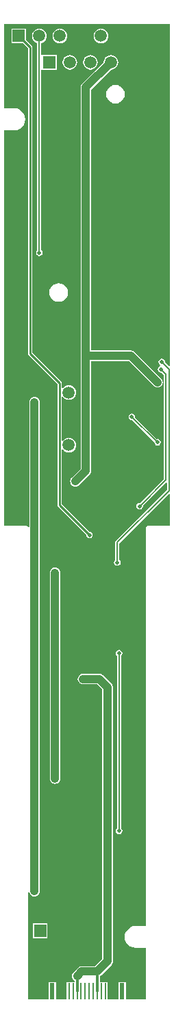
<source format=gbl>
%FSLAX25Y25*%
%MOIN*%
G70*
G01*
G75*
G04 Layer_Physical_Order=2*
G04 Layer_Color=16711680*
%ADD10R,0.03150X0.03937*%
%ADD11R,0.03937X0.03150*%
%ADD12R,0.04724X0.03937*%
%ADD13R,0.01575X0.03937*%
%ADD14R,0.03150X0.03543*%
%ADD15R,0.03150X0.03543*%
%ADD16R,0.02400X0.05906*%
%ADD17R,0.12402X0.08898*%
%ADD18R,0.03937X0.04724*%
%ADD19C,0.05906*%
%ADD20R,0.15748X0.05118*%
%ADD21R,0.03150X0.02559*%
%ADD22R,0.00787X0.02362*%
%ADD23R,0.00787X0.03150*%
%ADD24R,0.02362X0.00787*%
%ADD25R,0.03150X0.00787*%
%ADD26R,0.05118X0.05118*%
%ADD27O,0.01969X0.07874*%
%ADD28R,0.01969X0.07874*%
%ADD29R,0.05906X0.03937*%
%ADD30R,0.05906X0.12992*%
%ADD31R,0.01063X0.07874*%
%ADD32R,0.02362X0.07874*%
%ADD33C,0.01575*%
%ADD34C,0.01000*%
%ADD35C,0.03937*%
%ADD36C,0.00787*%
%ADD37C,0.01181*%
%ADD38R,0.05906X0.05906*%
%ADD39R,0.05906X0.05906*%
%ADD40C,0.01969*%
%ADD41C,0.03150*%
%ADD42C,0.02756*%
G36*
X81674Y-167200D02*
X81212Y-167391D01*
X79291Y-165471D01*
X79322Y-165315D01*
X79200Y-164700D01*
X78852Y-164180D01*
X78331Y-163831D01*
X77716Y-163709D01*
X77102Y-163831D01*
X76581Y-164180D01*
X76233Y-164700D01*
X76111Y-165315D01*
X76233Y-165929D01*
X76581Y-166450D01*
X77102Y-166798D01*
X77117Y-166801D01*
Y-167301D01*
X76748Y-167375D01*
X76227Y-167723D01*
X75879Y-168244D01*
X75757Y-168858D01*
X75879Y-169473D01*
X76227Y-169994D01*
X76748Y-170342D01*
X77362Y-170464D01*
X77518Y-170433D01*
X78800Y-171715D01*
Y-222143D01*
X67085Y-233858D01*
X66929Y-233827D01*
X66315Y-233950D01*
X65794Y-234298D01*
X65446Y-234819D01*
X65324Y-235433D01*
X65446Y-236048D01*
X65794Y-236568D01*
X66315Y-236916D01*
X66929Y-237039D01*
X67544Y-236916D01*
X68064Y-236568D01*
X68413Y-236048D01*
X68535Y-235433D01*
X68504Y-235278D01*
X79755Y-224026D01*
X80217Y-224218D01*
Y-227458D01*
X55353Y-252322D01*
X55136Y-252647D01*
X55059Y-253031D01*
X55059Y-253031D01*
X55059D01*
X55059Y-253031D01*
X55059D01*
Y-261572D01*
X54928Y-261660D01*
X54580Y-262181D01*
X54457Y-262795D01*
X54580Y-263410D01*
X54928Y-263931D01*
X55449Y-264279D01*
X56063Y-264401D01*
X56677Y-264279D01*
X57198Y-263931D01*
X57546Y-263410D01*
X57669Y-262795D01*
X57546Y-262181D01*
X57198Y-261660D01*
X57067Y-261572D01*
Y-253447D01*
X81212Y-229302D01*
X81674Y-229493D01*
Y-245060D01*
X70866D01*
X70482Y-245136D01*
X70157Y-245354D01*
X69939Y-245679D01*
X69863Y-246063D01*
Y-439548D01*
X64961D01*
Y-439521D01*
X63573Y-439704D01*
X62280Y-440239D01*
X61170Y-441091D01*
X60318Y-442202D01*
X59782Y-443495D01*
X59600Y-444882D01*
X59782Y-446270D01*
X60318Y-447563D01*
X61170Y-448673D01*
X62280Y-449525D01*
X63573Y-450060D01*
X64961Y-450243D01*
Y-450216D01*
X69863D01*
Y-475375D01*
X60210D01*
Y-466812D01*
X56666D01*
Y-475375D01*
X51410D01*
Y-466812D01*
X47556D01*
Y-463951D01*
X47642Y-463916D01*
X48176Y-463505D01*
X53164Y-458518D01*
X53574Y-457983D01*
X53756Y-457543D01*
X53832Y-457361D01*
X53920Y-456693D01*
Y-323543D01*
X53832Y-322875D01*
X53725Y-322617D01*
X53574Y-322253D01*
X53164Y-321718D01*
X49048Y-317602D01*
X48513Y-317192D01*
X48149Y-317041D01*
X47891Y-316934D01*
X47223Y-316846D01*
X39391D01*
X38723Y-316934D01*
X38101Y-317192D01*
X37566Y-317602D01*
X37156Y-318137D01*
X36898Y-318759D01*
X36810Y-319428D01*
X36898Y-320096D01*
X37156Y-320718D01*
X37566Y-321253D01*
X38101Y-321663D01*
X38723Y-321921D01*
X39391Y-322009D01*
X46154D01*
X48757Y-324612D01*
Y-455624D01*
X45282Y-459099D01*
X38753D01*
X38085Y-459187D01*
X37903Y-459263D01*
X37462Y-459445D01*
X36928Y-459855D01*
X34684Y-462099D01*
X34273Y-462634D01*
X34016Y-463256D01*
X33928Y-463924D01*
X34016Y-464592D01*
X34273Y-465215D01*
X34684Y-465750D01*
X35218Y-466160D01*
X35304Y-466195D01*
Y-466812D01*
X31450D01*
Y-475375D01*
X26194D01*
Y-466812D01*
X22650D01*
Y-475375D01*
X12815D01*
Y-423393D01*
X13305Y-423295D01*
X13554Y-423896D01*
X13964Y-424430D01*
X14498Y-424841D01*
X15121Y-425099D01*
X15789Y-425186D01*
X16457Y-425099D01*
X17079Y-424841D01*
X17614Y-424430D01*
X18024Y-423896D01*
X18282Y-423273D01*
X18370Y-422605D01*
Y-184841D01*
X18282Y-184173D01*
X18024Y-183550D01*
X17614Y-183016D01*
X17079Y-182606D01*
X16457Y-182348D01*
X15789Y-182260D01*
X15121Y-182348D01*
X14498Y-182606D01*
X13964Y-183016D01*
X13554Y-183550D01*
X13296Y-184173D01*
X13208Y-184841D01*
Y-245521D01*
X12729Y-245666D01*
X12521Y-245354D01*
X12195Y-245136D01*
X11811Y-245060D01*
X1003D01*
Y-52578D01*
X5906D01*
Y-52605D01*
X7293Y-52422D01*
X8586Y-51887D01*
X9696Y-51035D01*
X10548Y-49924D01*
X11084Y-48632D01*
X11266Y-47244D01*
X11084Y-45857D01*
X10548Y-44564D01*
X9696Y-43453D01*
X8586Y-42601D01*
X7293Y-42066D01*
X5906Y-41883D01*
Y-41910D01*
X1003D01*
Y-1003D01*
X81674D01*
Y-167200D01*
D02*
G37*
%LPC*%
G36*
X63150Y-190323D02*
X62535Y-190446D01*
X62014Y-190794D01*
X61666Y-191315D01*
X61544Y-191929D01*
X61666Y-192544D01*
X62014Y-193064D01*
X62535Y-193413D01*
X63150Y-193535D01*
X63305Y-193504D01*
X74054Y-204252D01*
X74040Y-204319D01*
X74162Y-204934D01*
X74511Y-205454D01*
X75031Y-205802D01*
X75646Y-205925D01*
X76260Y-205802D01*
X76781Y-205454D01*
X77129Y-204934D01*
X77251Y-204319D01*
X77129Y-203705D01*
X76781Y-203184D01*
X76260Y-202836D01*
X75646Y-202713D01*
X75402Y-202762D01*
X64724Y-192085D01*
X64755Y-191929D01*
X64633Y-191315D01*
X64285Y-190794D01*
X63764Y-190446D01*
X63150Y-190323D01*
D02*
G37*
G36*
X11653Y-3157D02*
X4567D01*
Y-10243D01*
X10081D01*
X12550Y-12712D01*
Y-161220D01*
X12550Y-161221D01*
X12634Y-161646D01*
X12875Y-162007D01*
X26841Y-175972D01*
Y-234845D01*
X26841Y-234845D01*
X26926Y-235271D01*
X27167Y-235631D01*
X40938Y-249403D01*
X40933Y-249430D01*
X41055Y-250045D01*
X41403Y-250566D01*
X41924Y-250914D01*
X42538Y-251036D01*
X43153Y-250914D01*
X43674Y-250566D01*
X44021Y-250045D01*
X44144Y-249430D01*
X44021Y-248816D01*
X43674Y-248295D01*
X43153Y-247947D01*
X42538Y-247825D01*
X42511Y-247830D01*
X29065Y-234384D01*
Y-207849D01*
X29538Y-207689D01*
X29925Y-208192D01*
X30665Y-208760D01*
X31527Y-209117D01*
X32452Y-209239D01*
X33377Y-209117D01*
X34239Y-208760D01*
X34979Y-208192D01*
X35547Y-207452D01*
X35904Y-206590D01*
X36026Y-205665D01*
X35904Y-204740D01*
X35547Y-203878D01*
X34979Y-203138D01*
X34239Y-202570D01*
X33377Y-202213D01*
X32452Y-202091D01*
X31527Y-202213D01*
X30665Y-202570D01*
X29925Y-203138D01*
X29538Y-203642D01*
X29065Y-203481D01*
Y-182259D01*
X29538Y-182098D01*
X29925Y-182602D01*
X30665Y-183170D01*
X31527Y-183527D01*
X32452Y-183649D01*
X33377Y-183527D01*
X34239Y-183170D01*
X34979Y-182602D01*
X35547Y-181862D01*
X35904Y-181000D01*
X36026Y-180075D01*
X35904Y-179150D01*
X35547Y-178288D01*
X34979Y-177548D01*
X34239Y-176980D01*
X33377Y-176623D01*
X32452Y-176501D01*
X31527Y-176623D01*
X30665Y-176980D01*
X29925Y-177548D01*
X29538Y-178051D01*
X29065Y-177891D01*
Y-175512D01*
X29065Y-175512D01*
X28980Y-175086D01*
X28739Y-174726D01*
X28739Y-174725D01*
X14773Y-160760D01*
Y-12251D01*
X14689Y-11826D01*
X14592Y-11681D01*
X14448Y-11465D01*
X14448Y-11465D01*
X11653Y-8671D01*
Y-3157D01*
D02*
G37*
G36*
X52950Y-15966D02*
X52025Y-16088D01*
X51163Y-16445D01*
X50423Y-17013D01*
X49855Y-17753D01*
X49498Y-18615D01*
X49388Y-19452D01*
X38962Y-29877D01*
X38552Y-30412D01*
X38423Y-30723D01*
X38294Y-31035D01*
X38206Y-31703D01*
Y-162284D01*
Y-217120D01*
X33852Y-221475D01*
X33441Y-222009D01*
X33184Y-222632D01*
X33096Y-223300D01*
X33184Y-223968D01*
X33441Y-224590D01*
X33852Y-225125D01*
X34386Y-225535D01*
X35009Y-225793D01*
X35677Y-225881D01*
X36345Y-225793D01*
X36967Y-225535D01*
X37502Y-225125D01*
X42612Y-220014D01*
X43023Y-219479D01*
X43205Y-219039D01*
X43281Y-218857D01*
X43369Y-218189D01*
Y-164865D01*
X61739D01*
X73821Y-176947D01*
X74355Y-177357D01*
X74978Y-177615D01*
X75646Y-177703D01*
X76314Y-177615D01*
X76936Y-177357D01*
X77471Y-176947D01*
X77881Y-176412D01*
X78139Y-175790D01*
X78227Y-175122D01*
X78139Y-174453D01*
X77881Y-173831D01*
X77471Y-173296D01*
X64633Y-160458D01*
X64098Y-160048D01*
X63734Y-159897D01*
X63476Y-159790D01*
X62808Y-159702D01*
X43369D01*
Y-32772D01*
X53038Y-23102D01*
X53875Y-22992D01*
X54737Y-22635D01*
X55477Y-22067D01*
X56045Y-21327D01*
X56402Y-20465D01*
X56524Y-19540D01*
X56402Y-18615D01*
X56045Y-17753D01*
X55477Y-17013D01*
X54737Y-16445D01*
X53875Y-16088D01*
X52950Y-15966D01*
D02*
G37*
G36*
X22037Y-438369D02*
X14951D01*
Y-445456D01*
X22037D01*
Y-438369D01*
D02*
G37*
G36*
X56931Y-305282D02*
X56316Y-305405D01*
X55795Y-305753D01*
X55447Y-306274D01*
X55325Y-306888D01*
X55447Y-307503D01*
X55795Y-308024D01*
X55927Y-308112D01*
Y-392121D01*
X55795Y-392210D01*
X55447Y-392730D01*
X55325Y-393345D01*
X55447Y-393959D01*
X55795Y-394480D01*
X56316Y-394828D01*
X56931Y-394951D01*
X57545Y-394828D01*
X58066Y-394480D01*
X58414Y-393959D01*
X58536Y-393345D01*
X58414Y-392730D01*
X58066Y-392210D01*
X57934Y-392121D01*
Y-308112D01*
X58066Y-308024D01*
X58414Y-307503D01*
X58536Y-306888D01*
X58414Y-306274D01*
X58066Y-305753D01*
X57545Y-305405D01*
X56931Y-305282D01*
D02*
G37*
G36*
X25770Y-265310D02*
X25102Y-265398D01*
X24479Y-265656D01*
X23945Y-266066D01*
X23535Y-266601D01*
X23277Y-267223D01*
X23189Y-267891D01*
Y-367857D01*
X23277Y-368525D01*
X23535Y-369147D01*
X23945Y-369682D01*
X24479Y-370092D01*
X25102Y-370350D01*
X25770Y-370438D01*
X26438Y-370350D01*
X27060Y-370092D01*
X27595Y-369682D01*
X28005Y-369147D01*
X28263Y-368525D01*
X28351Y-367857D01*
Y-267891D01*
X28263Y-267223D01*
X28005Y-266601D01*
X27595Y-266066D01*
X27060Y-265656D01*
X26438Y-265398D01*
X25770Y-265310D01*
D02*
G37*
G36*
X27559Y-126929D02*
X26377Y-127085D01*
X25276Y-127541D01*
X24330Y-128267D01*
X23604Y-129213D01*
X23148Y-130314D01*
X22992Y-131496D01*
X23148Y-132678D01*
X23604Y-133779D01*
X24330Y-134725D01*
X25276Y-135451D01*
X26377Y-135907D01*
X27559Y-136063D01*
X28741Y-135907D01*
X29842Y-135451D01*
X30788Y-134725D01*
X31514Y-133779D01*
X31970Y-132678D01*
X32126Y-131496D01*
X31970Y-130314D01*
X31514Y-129213D01*
X30788Y-128267D01*
X29842Y-127541D01*
X28741Y-127085D01*
X27559Y-126929D01*
D02*
G37*
G36*
X42950Y-15966D02*
X42025Y-16088D01*
X41163Y-16445D01*
X40423Y-17013D01*
X39855Y-17753D01*
X39498Y-18615D01*
X39376Y-19540D01*
X39498Y-20465D01*
X39855Y-21327D01*
X40423Y-22067D01*
X41163Y-22635D01*
X42025Y-22992D01*
X42950Y-23114D01*
X43875Y-22992D01*
X44737Y-22635D01*
X45477Y-22067D01*
X46045Y-21327D01*
X46402Y-20465D01*
X46524Y-19540D01*
X46402Y-18615D01*
X46045Y-17753D01*
X45477Y-17013D01*
X44737Y-16445D01*
X43875Y-16088D01*
X42950Y-15966D01*
D02*
G37*
G36*
X18110Y-3126D02*
X17185Y-3248D01*
X16323Y-3605D01*
X15583Y-4173D01*
X15015Y-4913D01*
X14658Y-5775D01*
X14536Y-6700D01*
X14658Y-7625D01*
X15015Y-8487D01*
X15583Y-9227D01*
X16323Y-9795D01*
X17107Y-10120D01*
Y-110982D01*
X16975Y-111070D01*
X16627Y-111591D01*
X16504Y-112205D01*
X16627Y-112819D01*
X16975Y-113340D01*
X17495Y-113688D01*
X18110Y-113811D01*
X18724Y-113688D01*
X19245Y-113340D01*
X19593Y-112819D01*
X19716Y-112205D01*
X19593Y-111591D01*
X19245Y-111070D01*
X19114Y-110982D01*
Y-23377D01*
X19407Y-23083D01*
X19467Y-23083D01*
X19467Y-23083D01*
Y-23083D01*
X26493D01*
Y-15997D01*
X19467D01*
X19467Y-15997D01*
Y-15997D01*
X19407Y-15997D01*
X19114Y-15703D01*
Y-10120D01*
X19897Y-9795D01*
X20637Y-9227D01*
X21205Y-8487D01*
X21562Y-7625D01*
X21684Y-6700D01*
X21562Y-5775D01*
X21205Y-4913D01*
X20637Y-4173D01*
X19897Y-3605D01*
X19035Y-3248D01*
X18110Y-3126D01*
D02*
G37*
G36*
X28110D02*
X27185Y-3248D01*
X26323Y-3605D01*
X25583Y-4173D01*
X25015Y-4913D01*
X24658Y-5775D01*
X24536Y-6700D01*
X24658Y-7625D01*
X25015Y-8487D01*
X25583Y-9227D01*
X26323Y-9795D01*
X27185Y-10152D01*
X28110Y-10274D01*
X29035Y-10152D01*
X29897Y-9795D01*
X30637Y-9227D01*
X31205Y-8487D01*
X31562Y-7625D01*
X31684Y-6700D01*
X31562Y-5775D01*
X31205Y-4913D01*
X30637Y-4173D01*
X29897Y-3605D01*
X29035Y-3248D01*
X28110Y-3126D01*
D02*
G37*
G36*
X48110D02*
X47185Y-3248D01*
X46323Y-3605D01*
X45583Y-4173D01*
X45015Y-4913D01*
X44658Y-5775D01*
X44536Y-6700D01*
X44658Y-7625D01*
X45015Y-8487D01*
X45583Y-9227D01*
X46323Y-9795D01*
X47185Y-10152D01*
X48110Y-10274D01*
X49035Y-10152D01*
X49897Y-9795D01*
X50637Y-9227D01*
X51205Y-8487D01*
X51562Y-7625D01*
X51684Y-6700D01*
X51562Y-5775D01*
X51205Y-4913D01*
X50637Y-4173D01*
X49897Y-3605D01*
X49035Y-3248D01*
X48110Y-3126D01*
D02*
G37*
G36*
X55118Y-30473D02*
X53936Y-30628D01*
X52835Y-31085D01*
X51889Y-31810D01*
X51163Y-32756D01*
X50707Y-33858D01*
X50551Y-35039D01*
X50707Y-36221D01*
X51163Y-37323D01*
X51889Y-38269D01*
X52835Y-38994D01*
X53936Y-39450D01*
X55118Y-39606D01*
X56300Y-39450D01*
X57402Y-38994D01*
X58347Y-38269D01*
X59073Y-37323D01*
X59529Y-36221D01*
X59685Y-35039D01*
X59529Y-33858D01*
X59073Y-32756D01*
X58347Y-31810D01*
X57402Y-31085D01*
X56300Y-30628D01*
X55118Y-30473D01*
D02*
G37*
G36*
X32950Y-15966D02*
X32025Y-16088D01*
X31163Y-16445D01*
X30423Y-17013D01*
X29855Y-17753D01*
X29498Y-18615D01*
X29376Y-19540D01*
X29498Y-20465D01*
X29855Y-21327D01*
X30423Y-22067D01*
X31163Y-22635D01*
X32025Y-22992D01*
X32950Y-23114D01*
X33875Y-22992D01*
X34737Y-22635D01*
X35477Y-22067D01*
X36045Y-21327D01*
X36402Y-20465D01*
X36524Y-19540D01*
X36402Y-18615D01*
X36045Y-17753D01*
X35477Y-17013D01*
X34737Y-16445D01*
X33875Y-16088D01*
X32950Y-15966D01*
D02*
G37*
%LPD*%
D19*
X50168Y-180075D02*
D03*
X32452D02*
D03*
X50168Y-205665D02*
D03*
X32452D02*
D03*
X18494Y-451912D02*
D03*
X52950Y-19540D02*
D03*
X42950D02*
D03*
X32950D02*
D03*
X48110Y-6700D02*
D03*
X38110D02*
D03*
X28110D02*
D03*
X18110D02*
D03*
D31*
X30603Y-471340D02*
D03*
X32572D02*
D03*
X34540D02*
D03*
X36509D02*
D03*
X38477D02*
D03*
X40446D02*
D03*
X52257D02*
D03*
X50288D02*
D03*
X48320D02*
D03*
X46351D02*
D03*
X44383D02*
D03*
X42414D02*
D03*
D32*
X24422D02*
D03*
X58438D02*
D03*
D34*
X27953Y-234845D02*
Y-175512D01*
X13661Y-161221D02*
X27953Y-175512D01*
X13661Y-161221D02*
Y-12251D01*
X8110Y-6700D02*
X13661Y-12251D01*
X27953Y-234845D02*
X42538Y-249430D01*
D35*
X25770Y-367857D02*
Y-267891D01*
X15789Y-422605D02*
Y-184841D01*
X38753Y-461680D02*
X46351D01*
X36509Y-463924D02*
X38753Y-461680D01*
X46351D02*
X51339Y-456693D01*
Y-323543D01*
X47223Y-319428D02*
X51339Y-323543D01*
X39391Y-319428D02*
X47223D01*
X40787Y-31703D02*
X52950Y-19540D01*
X40787Y-162284D02*
Y-31703D01*
X62808Y-162284D02*
X75646Y-175122D01*
X40787Y-162284D02*
X62808D01*
X40787Y-218189D02*
Y-162284D01*
X35677Y-223300D02*
X40787Y-218189D01*
D36*
X56931Y-393345D02*
Y-306888D01*
X79803Y-222559D02*
Y-171299D01*
X66929Y-235433D02*
X79803Y-222559D01*
X66929Y-235433D02*
X67402D01*
X77362Y-168858D02*
X79803Y-171299D01*
X81221Y-227874D02*
Y-168819D01*
X77716Y-165315D02*
X81221Y-168819D01*
X56063Y-253031D02*
X81221Y-227874D01*
X56063Y-262795D02*
Y-253031D01*
X18110Y-112205D02*
Y-6700D01*
X63150Y-191929D02*
X75539Y-204319D01*
X75646D01*
D37*
X46351Y-471340D02*
Y-461680D01*
X36509Y-471340D02*
Y-463924D01*
D38*
X18494Y-441912D02*
D03*
D39*
X22950Y-19540D02*
D03*
X8110Y-6700D02*
D03*
D40*
X34724Y-150669D02*
D03*
X49055Y-120512D02*
D03*
X36063Y-354252D02*
D03*
X40276D02*
D03*
X31850Y-358740D02*
D03*
X36063D02*
D03*
X40276D02*
D03*
X31850Y-354252D02*
D03*
X57677Y-155079D02*
D03*
Y-157598D02*
D03*
X55039D02*
D03*
Y-155039D02*
D03*
X56931Y-393345D02*
D03*
X42538Y-249430D02*
D03*
X56931Y-306888D02*
D03*
X66929Y-235433D02*
D03*
X77716Y-165315D02*
D03*
X77362Y-168858D02*
D03*
X56063Y-262795D02*
D03*
X18110Y-112205D02*
D03*
X75646Y-204319D02*
D03*
X63150Y-191929D02*
D03*
X63701Y-31850D02*
D03*
X75827Y-49488D02*
D03*
X53543Y-66732D02*
D03*
X51929Y-88543D02*
D03*
X50945Y-104842D02*
D03*
X29016Y-86221D02*
D03*
X27913Y-64173D02*
D03*
X29764Y-38819D02*
D03*
X6968Y-22402D02*
D03*
X23504Y-110827D02*
D03*
X18622Y-125906D02*
D03*
X25118Y-164016D02*
D03*
X14961Y-172323D02*
D03*
X23268Y-190354D02*
D03*
X61496Y-204409D02*
D03*
X61024Y-217677D02*
D03*
X77402Y-142323D02*
D03*
X74252Y-74961D02*
D03*
X77047Y-97244D02*
D03*
X58425Y-233701D02*
D03*
X24764Y-239724D02*
D03*
X58425Y-292874D02*
D03*
X47047Y-293228D02*
D03*
X33819Y-316024D02*
D03*
X63701Y-322126D02*
D03*
X63819Y-371024D02*
D03*
X41142Y-391102D02*
D03*
X41890Y-401142D02*
D03*
X24488Y-461417D02*
D03*
X35039Y-455669D02*
D03*
X62835Y-458347D02*
D03*
X63701Y-434213D02*
D03*
X17165Y-466811D02*
D03*
D41*
X25770Y-267891D02*
D03*
Y-367857D02*
D03*
X15789Y-422605D02*
D03*
X46351Y-461680D02*
D03*
X39391Y-319428D02*
D03*
X75646Y-175122D02*
D03*
D42*
X15789Y-184841D02*
D03*
X40787Y-162284D02*
D03*
X35677Y-223300D02*
D03*
M02*

</source>
